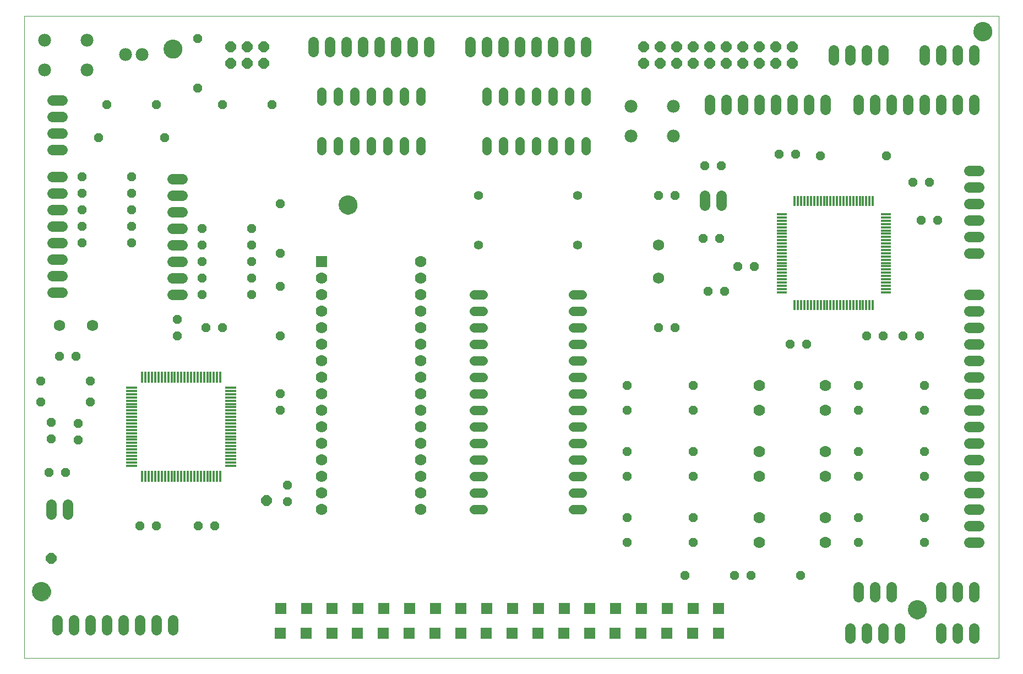
<source format=gts>
G75*
%MOIN*%
%OFA0B0*%
%FSLAX24Y24*%
%IPPOS*%
%LPD*%
%AMOC8*
5,1,8,0,0,1.08239X$1,22.5*
%
%ADD10C,0.0000*%
%ADD11C,0.1142*%
%ADD12OC8,0.0640*%
%ADD13C,0.0560*%
%ADD14C,0.0560*%
%ADD15C,0.0780*%
%ADD16OC8,0.0560*%
%ADD17C,0.0690*%
%ADD18R,0.0158X0.0670*%
%ADD19R,0.0670X0.0158*%
%ADD20C,0.0640*%
%ADD21R,0.0700X0.0700*%
%ADD22C,0.0700*%
%ADD23R,0.0690X0.0690*%
%ADD24R,0.0631X0.0158*%
%ADD25R,0.0158X0.0631*%
%ADD26R,0.0631X0.0178*%
D10*
X000180Y000180D02*
X000180Y039050D01*
X059172Y039050D01*
X059172Y000180D01*
X000180Y000180D01*
X000667Y004193D02*
X000669Y004240D01*
X000675Y004286D01*
X000685Y004332D01*
X000698Y004377D01*
X000716Y004420D01*
X000737Y004462D01*
X000761Y004502D01*
X000789Y004539D01*
X000820Y004574D01*
X000854Y004607D01*
X000890Y004636D01*
X000929Y004662D01*
X000970Y004685D01*
X001013Y004704D01*
X001057Y004720D01*
X001102Y004732D01*
X001148Y004740D01*
X001195Y004744D01*
X001241Y004744D01*
X001288Y004740D01*
X001334Y004732D01*
X001379Y004720D01*
X001423Y004704D01*
X001466Y004685D01*
X001507Y004662D01*
X001546Y004636D01*
X001582Y004607D01*
X001616Y004574D01*
X001647Y004539D01*
X001675Y004502D01*
X001699Y004462D01*
X001720Y004420D01*
X001738Y004377D01*
X001751Y004332D01*
X001761Y004286D01*
X001767Y004240D01*
X001769Y004193D01*
X001767Y004146D01*
X001761Y004100D01*
X001751Y004054D01*
X001738Y004009D01*
X001720Y003966D01*
X001699Y003924D01*
X001675Y003884D01*
X001647Y003847D01*
X001616Y003812D01*
X001582Y003779D01*
X001546Y003750D01*
X001507Y003724D01*
X001466Y003701D01*
X001423Y003682D01*
X001379Y003666D01*
X001334Y003654D01*
X001288Y003646D01*
X001241Y003642D01*
X001195Y003642D01*
X001148Y003646D01*
X001102Y003654D01*
X001057Y003666D01*
X001013Y003682D01*
X000970Y003701D01*
X000929Y003724D01*
X000890Y003750D01*
X000854Y003779D01*
X000820Y003812D01*
X000789Y003847D01*
X000761Y003884D01*
X000737Y003924D01*
X000716Y003966D01*
X000698Y004009D01*
X000685Y004054D01*
X000675Y004100D01*
X000669Y004146D01*
X000667Y004193D01*
X019217Y027605D02*
X019219Y027652D01*
X019225Y027698D01*
X019235Y027744D01*
X019248Y027789D01*
X019266Y027832D01*
X019287Y027874D01*
X019311Y027914D01*
X019339Y027951D01*
X019370Y027986D01*
X019404Y028019D01*
X019440Y028048D01*
X019479Y028074D01*
X019520Y028097D01*
X019563Y028116D01*
X019607Y028132D01*
X019652Y028144D01*
X019698Y028152D01*
X019745Y028156D01*
X019791Y028156D01*
X019838Y028152D01*
X019884Y028144D01*
X019929Y028132D01*
X019973Y028116D01*
X020016Y028097D01*
X020057Y028074D01*
X020096Y028048D01*
X020132Y028019D01*
X020166Y027986D01*
X020197Y027951D01*
X020225Y027914D01*
X020249Y027874D01*
X020270Y027832D01*
X020288Y027789D01*
X020301Y027744D01*
X020311Y027698D01*
X020317Y027652D01*
X020319Y027605D01*
X020317Y027558D01*
X020311Y027512D01*
X020301Y027466D01*
X020288Y027421D01*
X020270Y027378D01*
X020249Y027336D01*
X020225Y027296D01*
X020197Y027259D01*
X020166Y027224D01*
X020132Y027191D01*
X020096Y027162D01*
X020057Y027136D01*
X020016Y027113D01*
X019973Y027094D01*
X019929Y027078D01*
X019884Y027066D01*
X019838Y027058D01*
X019791Y027054D01*
X019745Y027054D01*
X019698Y027058D01*
X019652Y027066D01*
X019607Y027078D01*
X019563Y027094D01*
X019520Y027113D01*
X019479Y027136D01*
X019440Y027162D01*
X019404Y027191D01*
X019370Y027224D01*
X019339Y027259D01*
X019311Y027296D01*
X019287Y027336D01*
X019266Y027378D01*
X019248Y027421D01*
X019235Y027466D01*
X019225Y027512D01*
X019219Y027558D01*
X019217Y027605D01*
X008617Y037043D02*
X008619Y037090D01*
X008625Y037136D01*
X008635Y037182D01*
X008648Y037227D01*
X008666Y037270D01*
X008687Y037312D01*
X008711Y037352D01*
X008739Y037389D01*
X008770Y037424D01*
X008804Y037457D01*
X008840Y037486D01*
X008879Y037512D01*
X008920Y037535D01*
X008963Y037554D01*
X009007Y037570D01*
X009052Y037582D01*
X009098Y037590D01*
X009145Y037594D01*
X009191Y037594D01*
X009238Y037590D01*
X009284Y037582D01*
X009329Y037570D01*
X009373Y037554D01*
X009416Y037535D01*
X009457Y037512D01*
X009496Y037486D01*
X009532Y037457D01*
X009566Y037424D01*
X009597Y037389D01*
X009625Y037352D01*
X009649Y037312D01*
X009670Y037270D01*
X009688Y037227D01*
X009701Y037182D01*
X009711Y037136D01*
X009717Y037090D01*
X009719Y037043D01*
X009717Y036996D01*
X009711Y036950D01*
X009701Y036904D01*
X009688Y036859D01*
X009670Y036816D01*
X009649Y036774D01*
X009625Y036734D01*
X009597Y036697D01*
X009566Y036662D01*
X009532Y036629D01*
X009496Y036600D01*
X009457Y036574D01*
X009416Y036551D01*
X009373Y036532D01*
X009329Y036516D01*
X009284Y036504D01*
X009238Y036496D01*
X009191Y036492D01*
X009145Y036492D01*
X009098Y036496D01*
X009052Y036504D01*
X009007Y036516D01*
X008963Y036532D01*
X008920Y036551D01*
X008879Y036574D01*
X008840Y036600D01*
X008804Y036629D01*
X008770Y036662D01*
X008739Y036697D01*
X008711Y036734D01*
X008687Y036774D01*
X008666Y036816D01*
X008648Y036859D01*
X008635Y036904D01*
X008625Y036950D01*
X008619Y036996D01*
X008617Y037043D01*
X057642Y038093D02*
X057644Y038140D01*
X057650Y038186D01*
X057660Y038232D01*
X057673Y038277D01*
X057691Y038320D01*
X057712Y038362D01*
X057736Y038402D01*
X057764Y038439D01*
X057795Y038474D01*
X057829Y038507D01*
X057865Y038536D01*
X057904Y038562D01*
X057945Y038585D01*
X057988Y038604D01*
X058032Y038620D01*
X058077Y038632D01*
X058123Y038640D01*
X058170Y038644D01*
X058216Y038644D01*
X058263Y038640D01*
X058309Y038632D01*
X058354Y038620D01*
X058398Y038604D01*
X058441Y038585D01*
X058482Y038562D01*
X058521Y038536D01*
X058557Y038507D01*
X058591Y038474D01*
X058622Y038439D01*
X058650Y038402D01*
X058674Y038362D01*
X058695Y038320D01*
X058713Y038277D01*
X058726Y038232D01*
X058736Y038186D01*
X058742Y038140D01*
X058744Y038093D01*
X058742Y038046D01*
X058736Y038000D01*
X058726Y037954D01*
X058713Y037909D01*
X058695Y037866D01*
X058674Y037824D01*
X058650Y037784D01*
X058622Y037747D01*
X058591Y037712D01*
X058557Y037679D01*
X058521Y037650D01*
X058482Y037624D01*
X058441Y037601D01*
X058398Y037582D01*
X058354Y037566D01*
X058309Y037554D01*
X058263Y037546D01*
X058216Y037542D01*
X058170Y037542D01*
X058123Y037546D01*
X058077Y037554D01*
X058032Y037566D01*
X057988Y037582D01*
X057945Y037601D01*
X057904Y037624D01*
X057865Y037650D01*
X057829Y037679D01*
X057795Y037712D01*
X057764Y037747D01*
X057736Y037784D01*
X057712Y037824D01*
X057691Y037866D01*
X057673Y037909D01*
X057660Y037954D01*
X057650Y038000D01*
X057644Y038046D01*
X057642Y038093D01*
X053679Y003105D02*
X053681Y003152D01*
X053687Y003198D01*
X053697Y003244D01*
X053710Y003289D01*
X053728Y003332D01*
X053749Y003374D01*
X053773Y003414D01*
X053801Y003451D01*
X053832Y003486D01*
X053866Y003519D01*
X053902Y003548D01*
X053941Y003574D01*
X053982Y003597D01*
X054025Y003616D01*
X054069Y003632D01*
X054114Y003644D01*
X054160Y003652D01*
X054207Y003656D01*
X054253Y003656D01*
X054300Y003652D01*
X054346Y003644D01*
X054391Y003632D01*
X054435Y003616D01*
X054478Y003597D01*
X054519Y003574D01*
X054558Y003548D01*
X054594Y003519D01*
X054628Y003486D01*
X054659Y003451D01*
X054687Y003414D01*
X054711Y003374D01*
X054732Y003332D01*
X054750Y003289D01*
X054763Y003244D01*
X054773Y003198D01*
X054779Y003152D01*
X054781Y003105D01*
X054779Y003058D01*
X054773Y003012D01*
X054763Y002966D01*
X054750Y002921D01*
X054732Y002878D01*
X054711Y002836D01*
X054687Y002796D01*
X054659Y002759D01*
X054628Y002724D01*
X054594Y002691D01*
X054558Y002662D01*
X054519Y002636D01*
X054478Y002613D01*
X054435Y002594D01*
X054391Y002578D01*
X054346Y002566D01*
X054300Y002558D01*
X054253Y002554D01*
X054207Y002554D01*
X054160Y002558D01*
X054114Y002566D01*
X054069Y002578D01*
X054025Y002594D01*
X053982Y002613D01*
X053941Y002636D01*
X053902Y002662D01*
X053866Y002691D01*
X053832Y002724D01*
X053801Y002759D01*
X053773Y002796D01*
X053749Y002836D01*
X053728Y002878D01*
X053710Y002921D01*
X053697Y002966D01*
X053687Y003012D01*
X053681Y003058D01*
X053679Y003105D01*
D11*
X054230Y003105D03*
X019768Y027605D03*
X009168Y037043D03*
X058193Y038093D03*
X001218Y004193D03*
D12*
X001818Y006205D03*
X014843Y009705D03*
X014680Y036180D03*
X013680Y036180D03*
X012680Y036180D03*
X012680Y037180D03*
X013680Y037180D03*
X014680Y037180D03*
X037680Y037180D03*
X038680Y037180D03*
X039680Y037180D03*
X040680Y037180D03*
X041680Y037180D03*
X042680Y037180D03*
X043680Y037180D03*
X044680Y037180D03*
X045680Y037180D03*
X046680Y037180D03*
X046680Y036180D03*
X045680Y036180D03*
X044680Y036180D03*
X043680Y036180D03*
X042680Y036180D03*
X041680Y036180D03*
X040680Y036180D03*
X039680Y036180D03*
X038680Y036180D03*
X037680Y036180D03*
D13*
X033680Y028180D03*
X033680Y025180D03*
X027680Y025180D03*
X027680Y028180D03*
D14*
X028180Y030920D02*
X028180Y031440D01*
X029180Y031440D02*
X029180Y030920D01*
X030180Y030920D02*
X030180Y031440D01*
X031180Y031440D02*
X031180Y030920D01*
X032180Y030920D02*
X032180Y031440D01*
X033180Y031440D02*
X033180Y030920D01*
X034180Y030920D02*
X034180Y031440D01*
X034180Y033920D02*
X034180Y034440D01*
X033180Y034440D02*
X033180Y033920D01*
X032180Y033920D02*
X032180Y034440D01*
X031180Y034440D02*
X031180Y033920D01*
X030180Y033920D02*
X030180Y034440D01*
X029180Y034440D02*
X029180Y033920D01*
X028180Y033920D02*
X028180Y034440D01*
X024180Y034440D02*
X024180Y033920D01*
X023180Y033920D02*
X023180Y034440D01*
X022180Y034440D02*
X022180Y033920D01*
X021180Y033920D02*
X021180Y034440D01*
X020180Y034440D02*
X020180Y033920D01*
X019180Y033920D02*
X019180Y034440D01*
X018180Y034440D02*
X018180Y033920D01*
X018180Y031440D02*
X018180Y030920D01*
X019180Y030920D02*
X019180Y031440D01*
X020180Y031440D02*
X020180Y030920D01*
X021180Y030920D02*
X021180Y031440D01*
X022180Y031440D02*
X022180Y030920D01*
X023180Y030920D02*
X023180Y031440D01*
X024180Y031440D02*
X024180Y030920D01*
X027420Y022180D02*
X027940Y022180D01*
X027940Y021180D02*
X027420Y021180D01*
X027420Y020180D02*
X027940Y020180D01*
X027940Y019180D02*
X027420Y019180D01*
X027420Y018180D02*
X027940Y018180D01*
X027940Y017180D02*
X027420Y017180D01*
X027420Y016180D02*
X027940Y016180D01*
X027940Y015180D02*
X027420Y015180D01*
X027420Y014180D02*
X027940Y014180D01*
X027940Y013180D02*
X027420Y013180D01*
X027420Y012180D02*
X027940Y012180D01*
X027940Y011180D02*
X027420Y011180D01*
X027420Y010180D02*
X027940Y010180D01*
X027940Y009180D02*
X027420Y009180D01*
X033420Y009180D02*
X033940Y009180D01*
X033940Y010180D02*
X033420Y010180D01*
X033420Y011180D02*
X033940Y011180D01*
X033940Y012180D02*
X033420Y012180D01*
X033420Y013180D02*
X033940Y013180D01*
X033940Y014180D02*
X033420Y014180D01*
X033420Y015180D02*
X033940Y015180D01*
X033940Y016180D02*
X033420Y016180D01*
X033420Y017180D02*
X033940Y017180D01*
X033940Y018180D02*
X033420Y018180D01*
X033420Y019180D02*
X033940Y019180D01*
X033940Y020180D02*
X033420Y020180D01*
X033420Y021180D02*
X033940Y021180D01*
X033940Y022180D02*
X033420Y022180D01*
D15*
X036900Y031790D03*
X039460Y031790D03*
X039460Y033570D03*
X036900Y033570D03*
X007318Y036693D03*
X006318Y036693D03*
X003960Y037570D03*
X001400Y037570D03*
X001400Y035790D03*
X003960Y035790D03*
D16*
X005180Y033680D03*
X004680Y031680D03*
X003680Y029305D03*
X003680Y028305D03*
X003680Y027305D03*
X003680Y026305D03*
X003680Y025305D03*
X006680Y025305D03*
X006680Y026305D03*
X006680Y027305D03*
X006680Y028305D03*
X006680Y029305D03*
X008680Y031680D03*
X008180Y033680D03*
X010680Y034680D03*
X012180Y033680D03*
X015180Y033680D03*
X010680Y037680D03*
X015680Y027680D03*
X013930Y026180D03*
X013930Y025180D03*
X013930Y024180D03*
X013930Y023180D03*
X013930Y022180D03*
X015680Y022680D03*
X015680Y024680D03*
X010930Y024180D03*
X010930Y025180D03*
X010930Y026180D03*
X010930Y023180D03*
X010930Y022180D03*
X009430Y020680D03*
X009430Y019680D03*
X011180Y020180D03*
X012180Y020180D03*
X015680Y019680D03*
X015680Y016180D03*
X015680Y015180D03*
X016118Y010655D03*
X016118Y009655D03*
X011718Y008180D03*
X010718Y008180D03*
X008180Y008180D03*
X007180Y008180D03*
X002680Y011418D03*
X001680Y011418D03*
X003443Y013380D03*
X001805Y013430D03*
X001805Y014430D03*
X003443Y014380D03*
X004180Y015680D03*
X004180Y016930D03*
X003305Y018430D03*
X002305Y018430D03*
X001180Y016930D03*
X001180Y015680D03*
X036680Y015180D03*
X036680Y016680D03*
X040680Y016680D03*
X040680Y015180D03*
X040680Y012680D03*
X040680Y011180D03*
X040680Y008680D03*
X040680Y007180D03*
X040180Y005180D03*
X043180Y005180D03*
X044180Y005180D03*
X047180Y005180D03*
X050680Y007180D03*
X050680Y008680D03*
X050680Y011180D03*
X050680Y012680D03*
X050680Y015180D03*
X050680Y016680D03*
X047530Y019168D03*
X046530Y019168D03*
X051180Y019680D03*
X052180Y019680D03*
X053380Y019680D03*
X054380Y019680D03*
X054680Y016680D03*
X054680Y015180D03*
X054680Y012680D03*
X054680Y011180D03*
X054680Y008680D03*
X054680Y007180D03*
X036680Y007180D03*
X036680Y008680D03*
X036680Y011180D03*
X036680Y012680D03*
X038580Y020180D03*
X039580Y020180D03*
X041580Y022380D03*
X042580Y022380D03*
X043380Y023880D03*
X044380Y023880D03*
X042280Y025580D03*
X041280Y025580D03*
X039580Y028180D03*
X038580Y028180D03*
X041380Y029980D03*
X042380Y029980D03*
X045880Y030680D03*
X046880Y030680D03*
X048380Y030580D03*
X052380Y030580D03*
X053980Y028980D03*
X054980Y028980D03*
X054480Y026680D03*
X055480Y026680D03*
D17*
X038580Y025180D03*
X038580Y023180D03*
X004305Y020305D03*
X002305Y020305D03*
D18*
X007318Y017172D03*
X007515Y017172D03*
X007711Y017172D03*
X007908Y017172D03*
X008105Y017172D03*
X008302Y017172D03*
X008499Y017172D03*
X008696Y017172D03*
X008893Y017172D03*
X009089Y017172D03*
X009286Y017172D03*
X009483Y017172D03*
X009680Y017172D03*
X009877Y017172D03*
X010074Y017172D03*
X010271Y017172D03*
X010467Y017172D03*
X010664Y017172D03*
X010861Y017172D03*
X011058Y017172D03*
X011255Y017172D03*
X011452Y017172D03*
X011649Y017172D03*
X011845Y017172D03*
X012042Y017172D03*
X012042Y011188D03*
X011845Y011188D03*
X011649Y011188D03*
X011452Y011188D03*
X011255Y011188D03*
X011058Y011188D03*
X010861Y011188D03*
X010664Y011188D03*
X010467Y011188D03*
X010271Y011188D03*
X010074Y011188D03*
X009877Y011188D03*
X009680Y011188D03*
X009483Y011188D03*
X009286Y011188D03*
X009089Y011188D03*
X008893Y011188D03*
X008696Y011188D03*
X008499Y011188D03*
X008302Y011188D03*
X008105Y011188D03*
X007908Y011188D03*
X007711Y011188D03*
X007515Y011188D03*
X007318Y011188D03*
D19*
X006688Y011818D03*
X006688Y012015D03*
X006688Y012211D03*
X006688Y012408D03*
X006688Y012605D03*
X006688Y012802D03*
X006688Y012999D03*
X006688Y013196D03*
X006688Y013393D03*
X006688Y013589D03*
X006688Y013786D03*
X006688Y013983D03*
X006688Y014180D03*
X006688Y014377D03*
X006688Y014574D03*
X006688Y014771D03*
X006688Y014967D03*
X006688Y015164D03*
X006688Y015361D03*
X006688Y015558D03*
X006688Y015755D03*
X006688Y015952D03*
X006688Y016149D03*
X006688Y016345D03*
X006688Y016542D03*
X012672Y016542D03*
X012672Y016345D03*
X012672Y016149D03*
X012672Y015952D03*
X012672Y015755D03*
X012672Y015558D03*
X012672Y015361D03*
X012672Y015164D03*
X012672Y014967D03*
X012672Y014771D03*
X012672Y014574D03*
X012672Y014377D03*
X012672Y014180D03*
X012672Y013983D03*
X012672Y013786D03*
X012672Y013589D03*
X012672Y013393D03*
X012672Y013196D03*
X012672Y012999D03*
X012672Y012802D03*
X012672Y012605D03*
X012672Y012408D03*
X012672Y012211D03*
X012672Y012015D03*
X012672Y011818D03*
D20*
X002805Y009480D02*
X002805Y008880D01*
X001805Y008880D02*
X001805Y009480D01*
X002180Y002480D02*
X002180Y001880D01*
X003180Y001880D02*
X003180Y002480D01*
X004180Y002480D02*
X004180Y001880D01*
X005180Y001880D02*
X005180Y002480D01*
X006180Y002480D02*
X006180Y001880D01*
X007180Y001880D02*
X007180Y002480D01*
X008180Y002480D02*
X008180Y001880D01*
X009180Y001880D02*
X009180Y002480D01*
X009130Y022180D02*
X009730Y022180D01*
X009730Y023180D02*
X009130Y023180D01*
X009130Y024180D02*
X009730Y024180D01*
X009730Y025180D02*
X009130Y025180D01*
X009130Y026180D02*
X009730Y026180D01*
X009730Y027180D02*
X009130Y027180D01*
X009130Y028180D02*
X009730Y028180D01*
X009730Y029180D02*
X009130Y029180D01*
X002480Y029305D02*
X001880Y029305D01*
X001880Y028305D02*
X002480Y028305D01*
X002480Y027305D02*
X001880Y027305D01*
X001880Y026305D02*
X002480Y026305D01*
X002480Y025305D02*
X001880Y025305D01*
X001880Y024305D02*
X002480Y024305D01*
X002480Y023305D02*
X001880Y023305D01*
X001880Y022305D02*
X002480Y022305D01*
X002480Y030930D02*
X001880Y030930D01*
X001880Y031930D02*
X002480Y031930D01*
X002480Y032930D02*
X001880Y032930D01*
X001880Y033930D02*
X002480Y033930D01*
X017680Y036880D02*
X017680Y037480D01*
X018680Y037480D02*
X018680Y036880D01*
X019680Y036880D02*
X019680Y037480D01*
X020680Y037480D02*
X020680Y036880D01*
X021680Y036880D02*
X021680Y037480D01*
X022680Y037480D02*
X022680Y036880D01*
X023680Y036880D02*
X023680Y037480D01*
X024680Y037480D02*
X024680Y036880D01*
X027180Y036880D02*
X027180Y037480D01*
X028180Y037480D02*
X028180Y036880D01*
X029180Y036880D02*
X029180Y037480D01*
X030180Y037480D02*
X030180Y036880D01*
X031180Y036880D02*
X031180Y037480D01*
X032180Y037480D02*
X032180Y036880D01*
X033180Y036880D02*
X033180Y037480D01*
X034180Y037480D02*
X034180Y036880D01*
X041680Y033980D02*
X041680Y033380D01*
X042680Y033380D02*
X042680Y033980D01*
X043680Y033980D02*
X043680Y033380D01*
X044680Y033380D02*
X044680Y033980D01*
X045680Y033980D02*
X045680Y033380D01*
X046680Y033380D02*
X046680Y033980D01*
X047680Y033980D02*
X047680Y033380D01*
X048680Y033380D02*
X048680Y033980D01*
X050680Y033980D02*
X050680Y033380D01*
X051680Y033380D02*
X051680Y033980D01*
X052680Y033980D02*
X052680Y033380D01*
X053680Y033380D02*
X053680Y033980D01*
X054680Y033980D02*
X054680Y033380D01*
X055680Y033380D02*
X055680Y033980D01*
X056680Y033980D02*
X056680Y033380D01*
X057680Y033380D02*
X057680Y033980D01*
X057680Y036380D02*
X057680Y036980D01*
X056680Y036980D02*
X056680Y036380D01*
X055680Y036380D02*
X055680Y036980D01*
X054680Y036980D02*
X054680Y036380D01*
X052180Y036380D02*
X052180Y036980D01*
X051180Y036980D02*
X051180Y036380D01*
X050180Y036380D02*
X050180Y036980D01*
X049180Y036980D02*
X049180Y036380D01*
X057380Y029680D02*
X057980Y029680D01*
X057980Y028680D02*
X057380Y028680D01*
X057380Y027680D02*
X057980Y027680D01*
X057980Y026680D02*
X057380Y026680D01*
X057380Y025680D02*
X057980Y025680D01*
X057980Y024680D02*
X057380Y024680D01*
X057380Y022180D02*
X057980Y022180D01*
X057980Y021180D02*
X057380Y021180D01*
X057380Y020180D02*
X057980Y020180D01*
X057980Y019180D02*
X057380Y019180D01*
X057380Y018180D02*
X057980Y018180D01*
X057980Y017180D02*
X057380Y017180D01*
X057380Y016180D02*
X057980Y016180D01*
X057980Y015180D02*
X057380Y015180D01*
X057380Y014180D02*
X057980Y014180D01*
X057980Y013180D02*
X057380Y013180D01*
X057380Y012180D02*
X057980Y012180D01*
X057980Y011180D02*
X057380Y011180D01*
X057380Y010180D02*
X057980Y010180D01*
X057980Y009180D02*
X057380Y009180D01*
X057380Y008180D02*
X057980Y008180D01*
X057980Y007180D02*
X057380Y007180D01*
X057680Y004480D02*
X057680Y003880D01*
X056680Y003880D02*
X056680Y004480D01*
X055680Y004480D02*
X055680Y003880D01*
X055680Y001980D02*
X055680Y001380D01*
X056680Y001380D02*
X056680Y001980D01*
X057680Y001980D02*
X057680Y001380D01*
X053180Y001380D02*
X053180Y001980D01*
X052180Y001980D02*
X052180Y001380D01*
X051180Y001380D02*
X051180Y001980D01*
X050180Y001980D02*
X050180Y001380D01*
X050680Y003880D02*
X050680Y004480D01*
X051680Y004480D02*
X051680Y003880D01*
X052680Y003880D02*
X052680Y004480D01*
X042380Y027580D02*
X042380Y028180D01*
X041380Y028180D02*
X041380Y027580D01*
D21*
X018180Y024180D03*
D22*
X018180Y023180D03*
X018180Y022180D03*
X018180Y021180D03*
X018180Y020180D03*
X018180Y019180D03*
X018180Y018180D03*
X018180Y017180D03*
X018180Y016180D03*
X018180Y015180D03*
X018180Y014180D03*
X018180Y013180D03*
X018180Y012180D03*
X018180Y011180D03*
X018180Y010180D03*
X018180Y009180D03*
X024180Y009180D03*
X024180Y010180D03*
X024180Y011180D03*
X024180Y012180D03*
X024180Y013180D03*
X024180Y014180D03*
X024180Y015180D03*
X024180Y016180D03*
X024180Y017180D03*
X024180Y018180D03*
X024180Y019180D03*
X024180Y020180D03*
X024180Y021180D03*
X024180Y022180D03*
X024180Y023180D03*
X024180Y024180D03*
X044680Y016680D03*
X044680Y015180D03*
X044680Y012680D03*
X044680Y011180D03*
X044680Y008680D03*
X044680Y007180D03*
X048680Y007180D03*
X048680Y008680D03*
X048680Y011180D03*
X048680Y012680D03*
X048680Y015180D03*
X048680Y016680D03*
D23*
X042220Y003190D03*
X040660Y003190D03*
X039100Y003190D03*
X037540Y003190D03*
X035980Y003190D03*
X034420Y003190D03*
X032860Y003190D03*
X031300Y003190D03*
X029740Y003190D03*
X028180Y003190D03*
X026620Y003190D03*
X025060Y003190D03*
X023500Y003190D03*
X021940Y003190D03*
X020380Y003190D03*
X018820Y003190D03*
X017260Y003190D03*
X015700Y003190D03*
X015670Y001670D03*
X017230Y001670D03*
X018790Y001670D03*
X020350Y001670D03*
X021910Y001670D03*
X023470Y001670D03*
X025030Y001670D03*
X026590Y001670D03*
X028150Y001670D03*
X029710Y001670D03*
X031270Y001670D03*
X032830Y001670D03*
X034390Y001670D03*
X035950Y001670D03*
X037510Y001670D03*
X039070Y001670D03*
X040630Y001670D03*
X042190Y001670D03*
D24*
X046030Y022318D03*
X046030Y022515D03*
X046030Y022711D03*
X046030Y022908D03*
X046030Y023105D03*
X046030Y023302D03*
X046030Y023499D03*
X046030Y023696D03*
X046030Y023893D03*
X046030Y024089D03*
X046030Y024286D03*
X046030Y024483D03*
X046030Y024680D03*
X046030Y024877D03*
X046030Y025074D03*
X046030Y025271D03*
X046030Y025467D03*
X046030Y025664D03*
X046030Y025861D03*
X046030Y026058D03*
X046030Y026255D03*
X046030Y026452D03*
X046030Y026649D03*
X046030Y026845D03*
X046030Y027042D03*
X052330Y027042D03*
X052330Y026845D03*
X052330Y026649D03*
X052330Y026452D03*
X052330Y026058D03*
X052330Y025861D03*
X052330Y025664D03*
X052330Y025467D03*
X052330Y025271D03*
X052330Y025074D03*
X052330Y024877D03*
X052330Y024680D03*
X052330Y024483D03*
X052330Y024089D03*
X052330Y023893D03*
X052330Y023696D03*
X052330Y023499D03*
X052330Y023302D03*
X052330Y023105D03*
X052330Y022908D03*
X052330Y022711D03*
X052330Y022515D03*
X052330Y022318D03*
D25*
X051542Y021530D03*
X051345Y021530D03*
X051149Y021530D03*
X050952Y021530D03*
X050755Y021530D03*
X050558Y021530D03*
X050361Y021530D03*
X050164Y021530D03*
X049967Y021530D03*
X049771Y021530D03*
X049574Y021530D03*
X049377Y021530D03*
X049180Y021530D03*
X048983Y021530D03*
X048786Y021530D03*
X048589Y021530D03*
X048393Y021530D03*
X048196Y021530D03*
X047999Y021530D03*
X047802Y021530D03*
X047605Y021530D03*
X047408Y021530D03*
X047211Y021530D03*
X047015Y021530D03*
X046818Y021530D03*
X046818Y027830D03*
X047015Y027830D03*
X047211Y027830D03*
X047408Y027830D03*
X047605Y027830D03*
X047802Y027830D03*
X047999Y027830D03*
X048196Y027830D03*
X048393Y027830D03*
X048589Y027830D03*
X048786Y027830D03*
X048983Y027830D03*
X049180Y027830D03*
X049377Y027830D03*
X049574Y027830D03*
X049771Y027830D03*
X049967Y027830D03*
X050164Y027830D03*
X050361Y027830D03*
X050558Y027830D03*
X050755Y027830D03*
X050952Y027830D03*
X051149Y027830D03*
X051345Y027830D03*
X051542Y027830D03*
D26*
X052330Y026255D03*
X052330Y024286D03*
M02*

</source>
